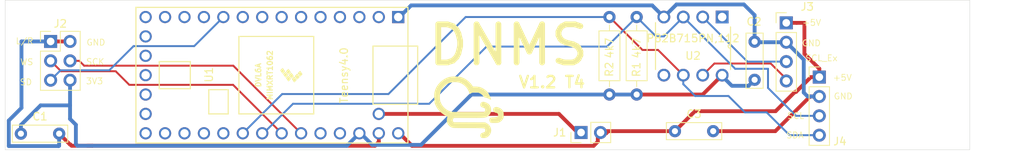
<source format=kicad_pcb>
(kicad_pcb (version 20171130) (host pcbnew "(5.1.4)-1")

  (general
    (thickness 1.6)
    (drawings 19)
    (tracks 123)
    (zones 0)
    (modules 16)
    (nets 38)
  )

  (page A4)
  (title_block
    (title "DNMS - Digital Noise Maesurement Sensor")
    (date 2019-06-09)
    (rev 0.9.0)
  )

  (layers
    (0 F.Cu signal)
    (31 B.Cu signal)
    (32 B.Adhes user)
    (33 F.Adhes user)
    (34 B.Paste user)
    (35 F.Paste user)
    (36 B.SilkS user)
    (37 F.SilkS user)
    (38 B.Mask user)
    (39 F.Mask user)
    (40 Dwgs.User user)
    (41 Cmts.User user)
    (42 Eco1.User user)
    (43 Eco2.User user)
    (44 Edge.Cuts user)
    (45 Margin user)
    (46 B.CrtYd user)
    (47 F.CrtYd user)
    (48 B.Fab user)
    (49 F.Fab user)
  )

  (setup
    (last_trace_width 0.25)
    (user_trace_width 0.5)
    (trace_clearance 0.2)
    (zone_clearance 0.508)
    (zone_45_only no)
    (trace_min 0.2)
    (via_size 0.8)
    (via_drill 0.4)
    (via_min_size 0.4)
    (via_min_drill 0.3)
    (uvia_size 0.3)
    (uvia_drill 0.1)
    (uvias_allowed no)
    (uvia_min_size 0.2)
    (uvia_min_drill 0.1)
    (edge_width 0.05)
    (segment_width 0.2)
    (pcb_text_width 0.3)
    (pcb_text_size 1.5 1.5)
    (mod_edge_width 0.12)
    (mod_text_size 1 1)
    (mod_text_width 0.15)
    (pad_size 1.524 1.524)
    (pad_drill 0.762)
    (pad_to_mask_clearance 0.051)
    (solder_mask_min_width 0.25)
    (aux_axis_origin 60.8584 94.1832)
    (visible_elements 7FFFFFFF)
    (pcbplotparams
      (layerselection 0x010fc_ffffffff)
      (usegerberextensions false)
      (usegerberattributes false)
      (usegerberadvancedattributes false)
      (creategerberjobfile false)
      (excludeedgelayer true)
      (linewidth 0.100000)
      (plotframeref false)
      (viasonmask false)
      (mode 1)
      (useauxorigin false)
      (hpglpennumber 1)
      (hpglpenspeed 20)
      (hpglpendiameter 15.000000)
      (psnegative false)
      (psa4output false)
      (plotreference true)
      (plotvalue true)
      (plotinvisibletext false)
      (padsonsilk false)
      (subtractmaskfromsilk false)
      (outputformat 1)
      (mirror false)
      (drillshape 0)
      (scaleselection 1)
      (outputdirectory "Gerber/"))
  )

  (net 0 "")
  (net 1 GND)
  (net 2 +3V3)
  (net 3 +5V)
  (net 4 SDA_Ex)
  (net 5 SCL_Ex)
  (net 6 SDA)
  (net 7 SCL)
  (net 8 SD)
  (net 9 WS)
  (net 10 SCK)
  (net 11 "Net-(U1-Pad5)")
  (net 12 "Net-(U2-Pad1)")
  (net 13 "Net-(U2-Pad5)")
  (net 14 "Net-(J1-Pad1)")
  (net 15 "Net-(U1-Pad2)")
  (net 16 "Net-(U1-Pad3)")
  (net 17 "Net-(U1-Pad4)")
  (net 18 "Net-(U1-Pad6)")
  (net 19 "Net-(U1-Pad7)")
  (net 20 "Net-(U1-Pad8)")
  (net 21 "Net-(U1-Pad9)")
  (net 22 "Net-(U1-Pad11)")
  (net 23 "Net-(U1-Pad12)")
  (net 24 "Net-(U1-Pad13)")
  (net 25 "Net-(U1-Pad30)")
  (net 26 "Net-(U1-Pad29)")
  (net 27 "Net-(U1-Pad24)")
  (net 28 "Net-(U1-Pad23)")
  (net 29 "Net-(U1-Pad22)")
  (net 30 "Net-(U1-Pad21)")
  (net 31 "Net-(U1-Pad14)")
  (net 32 "Net-(U1-Pad15)")
  (net 33 "Net-(U1-Pad16)")
  (net 34 "Net-(U1-Pad20)")
  (net 35 "Net-(U1-Pad19)")
  (net 36 "Net-(U1-Pad18)")
  (net 37 "Net-(U1-Pad17)")

  (net_class Default "Dies ist die voreingestellte Netzklasse."
    (clearance 0.2)
    (trace_width 0.25)
    (via_dia 0.8)
    (via_drill 0.4)
    (uvia_dia 0.3)
    (uvia_drill 0.1)
    (add_net +3V3)
    (add_net +5V)
    (add_net GND)
    (add_net "Net-(J1-Pad1)")
    (add_net "Net-(U1-Pad11)")
    (add_net "Net-(U1-Pad12)")
    (add_net "Net-(U1-Pad13)")
    (add_net "Net-(U1-Pad14)")
    (add_net "Net-(U1-Pad15)")
    (add_net "Net-(U1-Pad16)")
    (add_net "Net-(U1-Pad17)")
    (add_net "Net-(U1-Pad18)")
    (add_net "Net-(U1-Pad19)")
    (add_net "Net-(U1-Pad2)")
    (add_net "Net-(U1-Pad20)")
    (add_net "Net-(U1-Pad21)")
    (add_net "Net-(U1-Pad22)")
    (add_net "Net-(U1-Pad23)")
    (add_net "Net-(U1-Pad24)")
    (add_net "Net-(U1-Pad29)")
    (add_net "Net-(U1-Pad3)")
    (add_net "Net-(U1-Pad30)")
    (add_net "Net-(U1-Pad4)")
    (add_net "Net-(U1-Pad5)")
    (add_net "Net-(U1-Pad6)")
    (add_net "Net-(U1-Pad7)")
    (add_net "Net-(U1-Pad8)")
    (add_net "Net-(U1-Pad9)")
    (add_net "Net-(U2-Pad1)")
    (add_net "Net-(U2-Pad5)")
    (add_net SCK)
    (add_net SCL)
    (add_net SCL_Ex)
    (add_net SD)
    (add_net SDA)
    (add_net SDA_Ex)
    (add_net WS)
  )

  (module MountingHole:MountingHole_2.7mm_M2.5 (layer F.Cu) (tedit 56D1B4CB) (tstamp 5D7256F5)
    (at 74.676 90.424)
    (descr "Mounting Hole 2.7mm, no annular, M2.5")
    (tags "mounting hole 2.7mm no annular m2.5")
    (attr virtual)
    (fp_text reference REF1 (at 0 -3.7) (layer F.Fab) hide
      (effects (font (size 1 1) (thickness 0.15)))
    )
    (fp_text value MountingHole_2.7mm_M2.5 (at 0 3.7) (layer F.Fab)
      (effects (font (size 1 1) (thickness 0.15)))
    )
    (fp_circle (center 0 0) (end 2.95 0) (layer F.CrtYd) (width 0.05))
    (fp_circle (center 0 0) (end 2.7 0) (layer Cmts.User) (width 0.15))
    (fp_text user %R (at 0.4826 0) (layer F.Fab)
      (effects (font (size 1 1) (thickness 0.15)))
    )
    (pad 1 np_thru_hole circle (at 0 0) (size 2.7 2.7) (drill 2.7) (layers *.Cu *.Mask))
  )

  (module MountingHole:MountingHole_2.7mm_M2.5 (layer F.Cu) (tedit 56D1B4CB) (tstamp 5D725680)
    (at 74.643 77.724)
    (descr "Mounting Hole 2.7mm, no annular, M2.5")
    (tags "mounting hole 2.7mm no annular m2.5")
    (attr virtual)
    (fp_text reference REF1 (at 0 -3.7) (layer F.Fab) hide
      (effects (font (size 1 1) (thickness 0.15)))
    )
    (fp_text value MountingHole_2.7mm_M2.5 (at 0 3.7) (layer F.Fab)
      (effects (font (size 1 1) (thickness 0.15)))
    )
    (fp_text user %R (at 0.4826 0) (layer F.Fab)
      (effects (font (size 1 1) (thickness 0.15)))
    )
    (fp_circle (center 0 0) (end 2.7 0) (layer Cmts.User) (width 0.15))
    (fp_circle (center 0 0) (end 2.95 0) (layer F.CrtYd) (width 0.05))
    (pad 1 np_thru_hole circle (at 0 0) (size 2.7 2.7) (drill 2.7) (layers *.Cu *.Mask))
  )

  (module Capacitor_THT:C_Rect_L7.0mm_W2.0mm_P5.00mm (layer F.Cu) (tedit 5AE50EF0) (tstamp 5D725005)
    (at 148.4122 91.7702)
    (descr "C, Rect series, Radial, pin pitch=5.00mm, , length*width=7*2mm^2, Capacitor")
    (tags "C Rect series Radial pin pitch 5.00mm  length 7mm width 2mm Capacitor")
    (path /5D7252B5)
    (fp_text reference C3 (at 2.5 -2.25) (layer F.SilkS)
      (effects (font (size 1 1) (thickness 0.15)))
    )
    (fp_text value 100nF (at 2.5 2.25) (layer F.Fab)
      (effects (font (size 1 1) (thickness 0.15)))
    )
    (fp_text user %R (at 2.5 0) (layer F.Fab)
      (effects (font (size 1 1) (thickness 0.15)))
    )
    (fp_line (start 6.25 -1.25) (end -1.25 -1.25) (layer F.CrtYd) (width 0.05))
    (fp_line (start 6.25 1.25) (end 6.25 -1.25) (layer F.CrtYd) (width 0.05))
    (fp_line (start -1.25 1.25) (end 6.25 1.25) (layer F.CrtYd) (width 0.05))
    (fp_line (start -1.25 -1.25) (end -1.25 1.25) (layer F.CrtYd) (width 0.05))
    (fp_line (start 6.12 -1.12) (end 6.12 1.12) (layer F.SilkS) (width 0.12))
    (fp_line (start -1.12 -1.12) (end -1.12 1.12) (layer F.SilkS) (width 0.12))
    (fp_line (start -1.12 1.12) (end 6.12 1.12) (layer F.SilkS) (width 0.12))
    (fp_line (start -1.12 -1.12) (end 6.12 -1.12) (layer F.SilkS) (width 0.12))
    (fp_line (start 6 -1) (end -1 -1) (layer F.Fab) (width 0.1))
    (fp_line (start 6 1) (end 6 -1) (layer F.Fab) (width 0.1))
    (fp_line (start -1 1) (end 6 1) (layer F.Fab) (width 0.1))
    (fp_line (start -1 -1) (end -1 1) (layer F.Fab) (width 0.1))
    (pad 2 thru_hole circle (at 5 0) (size 1.6 1.6) (drill 0.8) (layers *.Cu *.Mask)
      (net 1 GND))
    (pad 1 thru_hole circle (at 0 0) (size 1.6 1.6) (drill 0.8) (layers *.Cu *.Mask)
      (net 3 +5V))
    (model ${KISYS3DMOD}/Capacitor_THT.3dshapes/C_Rect_L7.0mm_W2.0mm_P5.00mm.wrl
      (at (xyz 0 0 0))
      (scale (xyz 1 1 1))
      (rotate (xyz 0 0 0))
    )
  )

  (module Teensy:Teensy40 (layer F.Cu) (tedit 5D521536) (tstamp 5D728893)
    (at 95.7326 84.4296 180)
    (path /5D722B73)
    (fp_text reference U1 (at 8.2296 0.0508 90) (layer F.SilkS)
      (effects (font (size 1 1) (thickness 0.15)))
    )
    (fp_text value Teensy4.0 (at -9.4234 -0.0254 90) (layer F.SilkS)
      (effects (font (size 1 1) (thickness 0.15)))
    )
    (fp_text user DVL6A (at 1.778 0 90) (layer F.SilkS)
      (effects (font (size 0.7 0.7) (thickness 0.15)))
    )
    (fp_poly (pts (xy -3.937 0.127) (xy -3.683 -0.127) (xy -3.429 0.254) (xy -3.683 0.508)) (layer F.SilkS) (width 0.1))
    (fp_poly (pts (xy -3.556 -0.254) (xy -3.302 -0.508) (xy -3.048 -0.127) (xy -3.302 0.127)) (layer F.SilkS) (width 0.1))
    (fp_poly (pts (xy -1.651 0.508) (xy -1.397 0.254) (xy -1.143 0.635) (xy -1.397 0.889)) (layer F.SilkS) (width 0.1))
    (fp_poly (pts (xy -2.032 0) (xy -1.778 -0.254) (xy -1.524 0.127) (xy -1.778 0.381)) (layer F.SilkS) (width 0.1))
    (fp_poly (pts (xy -2.413 -0.508) (xy -2.159 -0.762) (xy -1.905 -0.381) (xy -2.159 -0.127)) (layer F.SilkS) (width 0.1))
    (fp_poly (pts (xy -2.413 0.381) (xy -2.159 0.127) (xy -1.905 0.508) (xy -2.159 0.762)) (layer F.SilkS) (width 0.1))
    (fp_poly (pts (xy -2.794 -0.127) (xy -2.54 -0.381) (xy -2.286 0) (xy -2.54 0.254)) (layer F.SilkS) (width 0.1))
    (fp_poly (pts (xy -3.175 -0.635) (xy -2.921 -0.889) (xy -2.667 -0.508) (xy -2.921 -0.254)) (layer F.SilkS) (width 0.1))
    (fp_text user MIMXRT1062 (at 0.254 0 90) (layer F.SilkS)
      (effects (font (size 0.7 0.7) (thickness 0.15)))
    )
    (fp_line (start 5.715 -1.905) (end 5.715 -5.08) (layer F.SilkS) (width 0.15))
    (fp_line (start 8.255 -1.905) (end 5.715 -1.905) (layer F.SilkS) (width 0.15))
    (fp_line (start 8.255 -5.08) (end 8.255 -1.905) (layer F.SilkS) (width 0.15))
    (fp_line (start 5.715 -5.08) (end 8.255 -5.08) (layer F.SilkS) (width 0.15))
    (fp_line (start -17.78 8.89) (end -17.78 -8.89) (layer F.SilkS) (width 0.15))
    (fp_line (start 17.78 8.89) (end -17.78 8.89) (layer F.SilkS) (width 0.15))
    (fp_line (start 17.78 -8.89) (end 17.78 8.89) (layer F.SilkS) (width 0.15))
    (fp_line (start -17.78 -8.89) (end 17.78 -8.89) (layer F.SilkS) (width 0.15))
    (fp_line (start 4.318 5.08) (end -5.461 5.08) (layer F.SilkS) (width 0.15))
    (fp_line (start 4.318 -5.08) (end -5.461 -5.08) (layer F.SilkS) (width 0.15))
    (fp_line (start -5.461 -5.08) (end -5.461 5.08) (layer F.SilkS) (width 0.15))
    (fp_line (start 4.318 5.08) (end 4.318 -5.08) (layer F.SilkS) (width 0.15))
    (fp_line (start 10.668 -1.778) (end 14.732 -1.778) (layer F.SilkS) (width 0.15))
    (fp_line (start 10.668 1.778) (end 10.668 -1.778) (layer F.SilkS) (width 0.15))
    (fp_line (start 14.732 1.778) (end 10.668 1.778) (layer F.SilkS) (width 0.15))
    (fp_line (start 14.732 -1.778) (end 14.732 1.778) (layer F.SilkS) (width 0.15))
    (fp_line (start -13.208 3.81) (end -17.78 3.81) (layer F.SilkS) (width 0.15))
    (fp_line (start -13.208 -3.81) (end -17.78 -3.81) (layer F.SilkS) (width 0.15))
    (fp_line (start -13.208 3.81) (end -13.208 -3.81) (layer F.SilkS) (width 0.15))
    (fp_line (start -19.05 -3.81) (end -17.78 -3.81) (layer F.SilkS) (width 0.15))
    (fp_line (start -19.05 3.81) (end -19.05 -3.81) (layer F.SilkS) (width 0.15))
    (fp_line (start -17.78 3.81) (end -19.05 3.81) (layer F.SilkS) (width 0.15))
    (pad 1 thru_hole rect (at -16.51 7.62 180) (size 1.6 1.6) (drill 1.1) (layers *.Cu *.Mask)
      (net 1 GND))
    (pad 2 thru_hole circle (at -13.97 7.62 180) (size 1.6 1.6) (drill 1.1) (layers *.Cu *.Mask)
      (net 15 "Net-(U1-Pad2)"))
    (pad 3 thru_hole circle (at -11.43 7.62 180) (size 1.6 1.6) (drill 1.1) (layers *.Cu *.Mask)
      (net 16 "Net-(U1-Pad3)"))
    (pad 4 thru_hole circle (at -8.89 7.62 180) (size 1.6 1.6) (drill 1.1) (layers *.Cu *.Mask)
      (net 17 "Net-(U1-Pad4)"))
    (pad 5 thru_hole circle (at -6.35 7.62 180) (size 1.6 1.6) (drill 1.1) (layers *.Cu *.Mask)
      (net 11 "Net-(U1-Pad5)"))
    (pad 6 thru_hole circle (at -3.81 7.62 180) (size 1.6 1.6) (drill 1.1) (layers *.Cu *.Mask)
      (net 18 "Net-(U1-Pad6)"))
    (pad 7 thru_hole circle (at -1.27 7.62 180) (size 1.6 1.6) (drill 1.1) (layers *.Cu *.Mask)
      (net 19 "Net-(U1-Pad7)"))
    (pad 8 thru_hole circle (at 1.27 7.62 180) (size 1.6 1.6) (drill 1.1) (layers *.Cu *.Mask)
      (net 20 "Net-(U1-Pad8)"))
    (pad 9 thru_hole circle (at 3.81 7.62 180) (size 1.6 1.6) (drill 1.1) (layers *.Cu *.Mask)
      (net 21 "Net-(U1-Pad9)"))
    (pad 10 thru_hole circle (at 6.35 7.62 180) (size 1.6 1.6) (drill 1.1) (layers *.Cu *.Mask)
      (net 8 SD))
    (pad 11 thru_hole circle (at 8.89 7.62 180) (size 1.6 1.6) (drill 1.1) (layers *.Cu *.Mask)
      (net 22 "Net-(U1-Pad11)"))
    (pad 12 thru_hole circle (at 11.43 7.62 180) (size 1.6 1.6) (drill 1.1) (layers *.Cu *.Mask)
      (net 23 "Net-(U1-Pad12)"))
    (pad 13 thru_hole circle (at 13.97 7.62 180) (size 1.6 1.6) (drill 1.1) (layers *.Cu *.Mask)
      (net 24 "Net-(U1-Pad13)"))
    (pad 34 thru_hole circle (at -13.97 -5.08 180) (size 1.6 1.6) (drill 1.1) (layers *.Cu *.Mask)
      (net 14 "Net-(J1-Pad1)"))
    (pad 33 thru_hole circle (at -16.51 -7.62 180) (size 1.6 1.6) (drill 1.1) (layers *.Cu *.Mask)
      (net 3 +5V))
    (pad 32 thru_hole circle (at -13.97 -7.62 180) (size 1.6 1.6) (drill 1.1) (layers *.Cu *.Mask)
      (net 1 GND))
    (pad 31 thru_hole circle (at -11.43 -7.62 180) (size 1.6 1.6) (drill 1.1) (layers *.Cu *.Mask)
      (net 2 +3V3))
    (pad 30 thru_hole circle (at -8.89 -7.62 180) (size 1.6 1.6) (drill 1.1) (layers *.Cu *.Mask)
      (net 25 "Net-(U1-Pad30)"))
    (pad 29 thru_hole circle (at -6.35 -7.62 180) (size 1.6 1.6) (drill 1.1) (layers *.Cu *.Mask)
      (net 26 "Net-(U1-Pad29)"))
    (pad 28 thru_hole circle (at -3.81 -7.62 180) (size 1.6 1.6) (drill 1.1) (layers *.Cu *.Mask)
      (net 10 SCK))
    (pad 27 thru_hole circle (at -1.27 -7.62 180) (size 1.6 1.6) (drill 1.1) (layers *.Cu *.Mask)
      (net 9 WS))
    (pad 26 thru_hole circle (at 1.27 -7.62 180) (size 1.6 1.6) (drill 1.1) (layers *.Cu *.Mask)
      (net 7 SCL))
    (pad 25 thru_hole circle (at 3.81 -7.62 180) (size 1.6 1.6) (drill 1.1) (layers *.Cu *.Mask)
      (net 6 SDA))
    (pad 24 thru_hole circle (at 6.35 -7.62 180) (size 1.6 1.6) (drill 1.1) (layers *.Cu *.Mask)
      (net 27 "Net-(U1-Pad24)"))
    (pad 23 thru_hole circle (at 8.89 -7.62 180) (size 1.6 1.6) (drill 1.1) (layers *.Cu *.Mask)
      (net 28 "Net-(U1-Pad23)"))
    (pad 22 thru_hole circle (at 11.43 -7.62 180) (size 1.6 1.6) (drill 1.1) (layers *.Cu *.Mask)
      (net 29 "Net-(U1-Pad22)"))
    (pad 21 thru_hole circle (at 13.97 -7.62 180) (size 1.6 1.6) (drill 1.1) (layers *.Cu *.Mask)
      (net 30 "Net-(U1-Pad21)"))
    (pad 14 thru_hole circle (at 16.51 7.62 180) (size 1.6 1.6) (drill 1.1) (layers *.Cu *.Mask)
      (net 31 "Net-(U1-Pad14)"))
    (pad 15 thru_hole circle (at 16.51 5.08 180) (size 1.6 1.6) (drill 1.1) (layers *.Cu *.Mask)
      (net 32 "Net-(U1-Pad15)"))
    (pad 16 thru_hole circle (at 16.51 2.54 180) (size 1.6 1.6) (drill 1.1) (layers *.Cu *.Mask)
      (net 33 "Net-(U1-Pad16)"))
    (pad 20 thru_hole circle (at 16.51 -7.62 180) (size 1.6 1.6) (drill 1.1) (layers *.Cu *.Mask)
      (net 34 "Net-(U1-Pad20)"))
    (pad 19 thru_hole circle (at 16.51 -5.08 180) (size 1.6 1.6) (drill 1.1) (layers *.Cu *.Mask)
      (net 35 "Net-(U1-Pad19)"))
    (pad 18 thru_hole circle (at 16.51 -2.54 180) (size 1.6 1.6) (drill 1.1) (layers *.Cu *.Mask)
      (net 36 "Net-(U1-Pad18)"))
    (pad 17 thru_hole circle (at 16.51 0 180) (size 1.6 1.6) (drill 1.1) (layers *.Cu *.Mask)
      (net 37 "Net-(U1-Pad17)"))
  )

  (module Connector_PinHeader_2.54mm:PinHeader_2x03_P2.54mm_Vertical (layer F.Cu) (tedit 59FED5CC) (tstamp 5D7287C7)
    (at 66.802 80.01)
    (descr "Through hole straight pin header, 2x03, 2.54mm pitch, double rows")
    (tags "Through hole pin header THT 2x03 2.54mm double row")
    (path /5D742684)
    (fp_text reference J2 (at 1.27 -2.33) (layer F.SilkS)
      (effects (font (size 1 1) (thickness 0.15)))
    )
    (fp_text value Conn_2Rows-07Pins (at 1.27 7.41) (layer F.Fab)
      (effects (font (size 1 1) (thickness 0.15)))
    )
    (fp_text user %R (at 1.27 2.54 90) (layer F.Fab)
      (effects (font (size 1 1) (thickness 0.15)))
    )
    (fp_line (start 4.35 -1.8) (end -1.8 -1.8) (layer F.CrtYd) (width 0.05))
    (fp_line (start 4.35 6.85) (end 4.35 -1.8) (layer F.CrtYd) (width 0.05))
    (fp_line (start -1.8 6.85) (end 4.35 6.85) (layer F.CrtYd) (width 0.05))
    (fp_line (start -1.8 -1.8) (end -1.8 6.85) (layer F.CrtYd) (width 0.05))
    (fp_line (start -1.33 -1.33) (end 0 -1.33) (layer F.SilkS) (width 0.12))
    (fp_line (start -1.33 0) (end -1.33 -1.33) (layer F.SilkS) (width 0.12))
    (fp_line (start 1.27 -1.33) (end 3.87 -1.33) (layer F.SilkS) (width 0.12))
    (fp_line (start 1.27 1.27) (end 1.27 -1.33) (layer F.SilkS) (width 0.12))
    (fp_line (start -1.33 1.27) (end 1.27 1.27) (layer F.SilkS) (width 0.12))
    (fp_line (start 3.87 -1.33) (end 3.87 6.41) (layer F.SilkS) (width 0.12))
    (fp_line (start -1.33 1.27) (end -1.33 6.41) (layer F.SilkS) (width 0.12))
    (fp_line (start -1.33 6.41) (end 3.87 6.41) (layer F.SilkS) (width 0.12))
    (fp_line (start -1.27 0) (end 0 -1.27) (layer F.Fab) (width 0.1))
    (fp_line (start -1.27 6.35) (end -1.27 0) (layer F.Fab) (width 0.1))
    (fp_line (start 3.81 6.35) (end -1.27 6.35) (layer F.Fab) (width 0.1))
    (fp_line (start 3.81 -1.27) (end 3.81 6.35) (layer F.Fab) (width 0.1))
    (fp_line (start 0 -1.27) (end 3.81 -1.27) (layer F.Fab) (width 0.1))
    (pad 6 thru_hole oval (at 2.54 5.08) (size 1.7 1.7) (drill 1) (layers *.Cu *.Mask)
      (net 2 +3V3))
    (pad 5 thru_hole oval (at 0 5.08) (size 1.7 1.7) (drill 1) (layers *.Cu *.Mask)
      (net 8 SD))
    (pad 4 thru_hole oval (at 2.54 2.54) (size 1.7 1.7) (drill 1) (layers *.Cu *.Mask)
      (net 10 SCK))
    (pad 3 thru_hole oval (at 0 2.54) (size 1.7 1.7) (drill 1) (layers *.Cu *.Mask)
      (net 9 WS))
    (pad 2 thru_hole oval (at 2.54 0) (size 1.7 1.7) (drill 1) (layers *.Cu *.Mask)
      (net 1 GND))
    (pad 1 thru_hole rect (at 0 0) (size 1.7 1.7) (drill 1) (layers *.Cu *.Mask)
      (net 1 GND))
    (model ${KISYS3DMOD}/Connector_PinHeader_2.54mm.3dshapes/PinHeader_2x03_P2.54mm_Vertical.wrl
      (at (xyz 0 0 0))
      (scale (xyz 1 1 1))
      (rotate (xyz 0 0 0))
    )
  )

  (module Capacitor_THT:C_Rect_L7.0mm_W2.0mm_P5.00mm (layer F.Cu) (tedit 5AE50EF0) (tstamp 5CFE465A)
    (at 158.8278 85.0376 90)
    (descr "C, Rect series, Radial, pin pitch=5.00mm, , length*width=7*2mm^2, Capacitor")
    (tags "C Rect series Radial pin pitch 5.00mm  length 7mm width 2mm Capacitor")
    (path /5CFC928F)
    (fp_text reference C2 (at 7.6184 -0.0778) (layer F.SilkS)
      (effects (font (size 1 1) (thickness 0.15)))
    )
    (fp_text value 100nF (at 2.5 2.25 90) (layer F.Fab)
      (effects (font (size 1 1) (thickness 0.15)))
    )
    (fp_text user %R (at 2.5 0 90) (layer F.Fab)
      (effects (font (size 1 1) (thickness 0.15)))
    )
    (fp_line (start 6.25 -1.25) (end -1.25 -1.25) (layer F.CrtYd) (width 0.05))
    (fp_line (start 6.25 1.25) (end 6.25 -1.25) (layer F.CrtYd) (width 0.05))
    (fp_line (start -1.25 1.25) (end 6.25 1.25) (layer F.CrtYd) (width 0.05))
    (fp_line (start -1.25 -1.25) (end -1.25 1.25) (layer F.CrtYd) (width 0.05))
    (fp_line (start 6.12 -1.12) (end 6.12 1.12) (layer F.SilkS) (width 0.12))
    (fp_line (start -1.12 -1.12) (end -1.12 1.12) (layer F.SilkS) (width 0.12))
    (fp_line (start -1.12 1.12) (end 6.12 1.12) (layer F.SilkS) (width 0.12))
    (fp_line (start -1.12 -1.12) (end 6.12 -1.12) (layer F.SilkS) (width 0.12))
    (fp_line (start 6 -1) (end -1 -1) (layer F.Fab) (width 0.1))
    (fp_line (start 6 1) (end 6 -1) (layer F.Fab) (width 0.1))
    (fp_line (start -1 1) (end 6 1) (layer F.Fab) (width 0.1))
    (fp_line (start -1 -1) (end -1 1) (layer F.Fab) (width 0.1))
    (pad 2 thru_hole circle (at 5 0 90) (size 1.6 1.6) (drill 0.8) (layers *.Cu *.Mask)
      (net 1 GND))
    (pad 1 thru_hole circle (at 0 0 90) (size 1.6 1.6) (drill 0.8) (layers *.Cu *.Mask)
      (net 2 +3V3))
    (model ${KISYS3DMOD}/Capacitor_THT.3dshapes/C_Rect_L7.0mm_W2.0mm_P5.00mm.wrl
      (at (xyz 0 0 0))
      (scale (xyz 1 1 1))
      (rotate (xyz 0 0 0))
    )
  )

  (module Capacitor_THT:C_Rect_L7.0mm_W2.0mm_P5.00mm (layer F.Cu) (tedit 5AE50EF0) (tstamp 5D72876F)
    (at 62.9158 92.1004)
    (descr "C, Rect series, Radial, pin pitch=5.00mm, , length*width=7*2mm^2, Capacitor")
    (tags "C Rect series Radial pin pitch 5.00mm  length 7mm width 2mm Capacitor")
    (path /5D744AD1)
    (fp_text reference C1 (at 2.5 -2.25) (layer F.SilkS)
      (effects (font (size 1 1) (thickness 0.15)))
    )
    (fp_text value 100nF (at 2.5 2.25) (layer F.Fab)
      (effects (font (size 1 1) (thickness 0.15)))
    )
    (fp_text user %R (at 2.280999 0.114999) (layer F.Fab)
      (effects (font (size 1 1) (thickness 0.15)))
    )
    (fp_line (start 6.25 -1.25) (end -1.25 -1.25) (layer F.CrtYd) (width 0.05))
    (fp_line (start 6.25 1.25) (end 6.25 -1.25) (layer F.CrtYd) (width 0.05))
    (fp_line (start -1.25 1.25) (end 6.25 1.25) (layer F.CrtYd) (width 0.05))
    (fp_line (start -1.25 -1.25) (end -1.25 1.25) (layer F.CrtYd) (width 0.05))
    (fp_line (start 6.12 -1.12) (end 6.12 1.12) (layer F.SilkS) (width 0.12))
    (fp_line (start -1.12 -1.12) (end -1.12 1.12) (layer F.SilkS) (width 0.12))
    (fp_line (start -1.12 1.12) (end 6.12 1.12) (layer F.SilkS) (width 0.12))
    (fp_line (start -1.12 -1.12) (end 6.12 -1.12) (layer F.SilkS) (width 0.12))
    (fp_line (start 6 -1) (end -1 -1) (layer F.Fab) (width 0.1))
    (fp_line (start 6 1) (end 6 -1) (layer F.Fab) (width 0.1))
    (fp_line (start -1 1) (end 6 1) (layer F.Fab) (width 0.1))
    (fp_line (start -1 -1) (end -1 1) (layer F.Fab) (width 0.1))
    (pad 2 thru_hole circle (at 5 0) (size 1.6 1.6) (drill 0.8) (layers *.Cu *.Mask)
      (net 1 GND))
    (pad 1 thru_hole circle (at 0 0) (size 1.6 1.6) (drill 0.8) (layers *.Cu *.Mask)
      (net 2 +3V3))
    (model ${KISYS3DMOD}/Capacitor_THT.3dshapes/C_Rect_L7.0mm_W2.0mm_P5.00mm.wrl
      (at (xyz 0 0 0))
      (scale (xyz 1 1 1))
      (rotate (xyz 0 0 0))
    )
  )

  (module "logos eigene:logo luftdaten.info" (layer F.Cu) (tedit 0) (tstamp 5D0421AC)
    (at 121.4898 88.6698)
    (fp_text reference G*** (at 0 0) (layer F.SilkS) hide
      (effects (font (size 1.524 1.524) (thickness 0.3)))
    )
    (fp_text value LOGO (at 0.75 0) (layer F.SilkS) hide
      (effects (font (size 1.524 1.524) (thickness 0.3)))
    )
    (fp_poly (pts (xy 3.755629 -0.03606) (xy 3.871683 0.002212) (xy 4.097614 0.110327) (xy 4.27774 0.249729)
      (xy 4.426716 0.4323) (xy 4.453253 0.473728) (xy 4.487682 0.540871) (xy 4.51058 0.619788)
      (xy 4.525016 0.726784) (xy 4.53406 0.878168) (xy 4.535286 0.909596) (xy 4.537266 1.113001)
      (xy 4.523232 1.270547) (xy 4.488965 1.398772) (xy 4.430247 1.514211) (xy 4.354285 1.61925)
      (xy 4.273477 1.716965) (xy 4.206338 1.784904) (xy 4.131735 1.840592) (xy 4.028534 1.901555)
      (xy 3.984625 1.925804) (xy 3.916944 1.960762) (xy 3.854035 1.985235) (xy 3.782166 2.001411)
      (xy 3.687606 2.011476) (xy 3.556626 2.017619) (xy 3.381375 2.021907) (xy 3.214459 2.023229)
      (xy 3.065978 2.020556) (xy 2.949677 2.014413) (xy 2.879303 2.005325) (xy 2.869822 2.002375)
      (xy 2.766293 1.926587) (xy 2.696847 1.812856) (xy 2.665267 1.679046) (xy 2.675339 1.54302)
      (xy 2.730848 1.422644) (xy 2.743613 1.406707) (xy 2.779182 1.368688) (xy 2.817056 1.342664)
      (xy 2.870169 1.325585) (xy 2.951458 1.314403) (xy 3.073859 1.306066) (xy 3.196051 1.300052)
      (xy 3.411253 1.285932) (xy 3.570859 1.263741) (xy 3.682656 1.229282) (xy 3.754431 1.178355)
      (xy 3.793968 1.106763) (xy 3.809054 1.010307) (xy 3.81 0.969019) (xy 3.783001 0.849033)
      (xy 3.711114 0.755944) (xy 3.608001 0.704322) (xy 3.556326 0.6985) (xy 3.456787 0.680598)
      (xy 3.37232 0.64295) (xy 3.261692 0.556816) (xy 3.20078 0.464004) (xy 3.177515 0.343179)
      (xy 3.176056 0.295999) (xy 3.179689 0.19416) (xy 3.200443 0.128176) (xy 3.250616 0.070586)
      (xy 3.293359 0.034061) (xy 3.424075 -0.040845) (xy 3.575947 -0.064097) (xy 3.755629 -0.03606)) (layer F.SilkS) (width 0.01))
    (fp_poly (pts (xy -1.565841 -4.056015) (xy -1.317239 -4.033177) (xy -1.102881 -3.99716) (xy -0.934086 -3.949639)
      (xy -0.867104 -3.920432) (xy -0.797179 -3.887719) (xy -0.752941 -3.873703) (xy -0.752584 -3.873696)
      (xy -0.715556 -3.858675) (xy -0.637565 -3.818604) (xy -0.532343 -3.760689) (xy -0.475401 -3.72821)
      (xy -0.253398 -3.580766) (xy -0.030355 -3.398154) (xy 0.175131 -3.197431) (xy 0.34446 -2.995651)
      (xy 0.383087 -2.940949) (xy 0.519954 -2.737653) (xy 0.823539 -2.739073) (xy 1.014446 -2.733309)
      (xy 1.20223 -2.715883) (xy 1.370061 -2.689217) (xy 1.501108 -2.655731) (xy 1.553857 -2.634019)
      (xy 1.610256 -2.606371) (xy 1.69982 -2.56433) (xy 1.757984 -2.537605) (xy 1.837339 -2.494252)
      (xy 1.940192 -2.42819) (xy 2.054325 -2.348565) (xy 2.167518 -2.264525) (xy 2.267553 -2.185219)
      (xy 2.342211 -2.119793) (xy 2.379273 -2.077397) (xy 2.38125 -2.070981) (xy 2.40089 -2.033861)
      (xy 2.448955 -1.974336) (xy 2.45675 -1.965803) (xy 2.521468 -1.880933) (xy 2.597253 -1.759371)
      (xy 2.674097 -1.62) (xy 2.741994 -1.481701) (xy 2.790935 -1.363357) (xy 2.808698 -1.30175)
      (xy 2.833377 -1.203367) (xy 2.86406 -1.120519) (xy 2.864688 -1.119236) (xy 2.886783 -1.054635)
      (xy 2.867193 -1.030406) (xy 2.802934 -1.046014) (xy 2.708902 -1.091298) (xy 2.53708 -1.178586)
      (xy 2.398713 -1.237767) (xy 2.274544 -1.27614) (xy 2.162556 -1.29836) (xy 2.041375 -1.327808)
      (xy 1.966039 -1.374101) (xy 1.94397 -1.400486) (xy 1.810212 -1.570327) (xy 1.660971 -1.709484)
      (xy 1.480606 -1.83019) (xy 1.253473 -1.944683) (xy 1.241223 -1.950189) (xy 1.17739 -1.964837)
      (xy 1.068048 -1.976347) (xy 0.931167 -1.983173) (xy 0.844348 -1.984375) (xy 0.670975 -1.980877)
      (xy 0.537741 -1.96662) (xy 0.421488 -1.935964) (xy 0.29906 -1.883267) (xy 0.185601 -1.823898)
      (xy 0.114318 -1.787958) (xy 0.079266 -1.790568) (xy 0.061894 -1.8412) (xy 0.053405 -1.891403)
      (xy 0.01843 -2.014279) (xy -0.047127 -2.167826) (xy -0.133581 -2.333613) (xy -0.231245 -2.493214)
      (xy -0.330431 -2.6282) (xy -0.339618 -2.639117) (xy -0.510617 -2.816014) (xy -0.702193 -2.975248)
      (xy -0.894285 -3.100954) (xy -0.976772 -3.142915) (xy -1.07413 -3.187951) (xy -1.153631 -3.226032)
      (xy -1.180027 -3.239382) (xy -1.280464 -3.274188) (xy -1.42871 -3.301735) (xy -1.609323 -3.320406)
      (xy -1.806865 -3.328584) (xy -1.997896 -3.325072) (xy -2.305222 -3.290357) (xy -2.576341 -3.216353)
      (xy -2.828832 -3.097527) (xy -2.940375 -3.028412) (xy -3.061828 -2.935862) (xy -3.194129 -2.815978)
      (xy -3.322256 -2.684331) (xy -3.431189 -2.556494) (xy -3.505907 -2.448037) (xy -3.513079 -2.434708)
      (xy -3.552731 -2.363105) (xy -3.582016 -2.320158) (xy -3.584541 -2.31775) (xy -3.610798 -2.275609)
      (xy -3.64871 -2.190338) (xy -3.691605 -2.079605) (xy -3.732813 -1.961079) (xy -3.765663 -1.852429)
      (xy -3.776329 -1.80975) (xy -3.795904 -1.679014) (xy -3.805599 -1.516921) (xy -3.806202 -1.338013)
      (xy -3.798498 -1.156836) (xy -3.783273 -0.987934) (xy -3.761314 -0.845849) (xy -3.733405 -0.745126)
      (xy -3.717138 -0.714375) (xy -3.690876 -0.665198) (xy -3.656907 -0.585669) (xy -3.651436 -0.5715)
      (xy -3.540224 -0.350186) (xy -3.380036 -0.129409) (xy -3.183927 0.076703) (xy -2.964951 0.254024)
      (xy -2.788576 0.36226) (xy -2.700445 0.408342) (xy -2.620261 0.44814) (xy -2.542816 0.482114)
      (xy -2.462902 0.510726) (xy -2.375312 0.534436) (xy -2.27484 0.553704) (xy -2.156276 0.568992)
      (xy -2.014414 0.580759) (xy -1.844047 0.589466) (xy -1.639966 0.595575) (xy -1.396965 0.599545)
      (xy -1.109836 0.601837) (xy -0.773371 0.602912) (xy -0.382364 0.60323) (xy -0.064116 0.60325)
      (xy 1.959227 0.60325) (xy 2.043238 0.525391) (xy 2.101492 0.453931) (xy 2.124914 0.366812)
      (xy 2.12725 0.308675) (xy 2.104708 0.17746) (xy 2.034799 0.08526) (xy 1.914092 0.028537)
      (xy 1.841143 0.013471) (xy 1.683199 -0.04006) (xy 1.595437 -0.10547) (xy 1.531721 -0.174535)
      (xy 1.501541 -0.241854) (xy 1.493322 -0.336666) (xy 1.493306 -0.363416) (xy 1.510159 -0.504076)
      (xy 1.565616 -0.6062) (xy 1.67029 -0.686096) (xy 1.719859 -0.711514) (xy 1.781224 -0.737778)
      (xy 1.835582 -0.748651) (xy 1.902144 -0.743714) (xy 2.00012 -0.722548) (xy 2.074565 -0.703785)
      (xy 2.333759 -0.610198) (xy 2.545053 -0.475379) (xy 2.707162 -0.300966) (xy 2.818799 -0.088597)
      (xy 2.878679 0.160088) (xy 2.88925 0.334133) (xy 2.885967 0.457824) (xy 2.877226 0.555527)
      (xy 2.864688 0.611179) (xy 2.859942 0.617615) (xy 2.83227 0.659272) (xy 2.811117 0.724594)
      (xy 2.771092 0.81351) (xy 2.692742 0.922665) (xy 2.590162 1.03646) (xy 2.477445 1.139293)
      (xy 2.368687 1.215565) (xy 2.366352 1.216878) (xy 2.311647 1.246207) (xy 2.256877 1.271398)
      (xy 2.196981 1.292768) (xy 2.126896 1.310628) (xy 2.041559 1.325293) (xy 1.935909 1.337076)
      (xy 1.804881 1.346291) (xy 1.643414 1.353251) (xy 1.446444 1.358271) (xy 1.208911 1.361663)
      (xy 0.92575 1.363742) (xy 0.591899 1.36482) (xy 0.202297 1.365213) (xy -0.028677 1.36525)
      (xy -1.959228 1.36525) (xy -2.043239 1.443108) (xy -2.109953 1.544723) (xy -2.128818 1.668151)
      (xy -2.098854 1.792361) (xy -2.062309 1.851995) (xy -1.997368 1.934555) (xy 0.057003 1.94359)
      (xy 2.111375 1.952625) (xy 2.309076 2.059087) (xy 2.526516 2.207762) (xy 2.695536 2.388592)
      (xy 2.81486 2.593483) (xy 2.883212 2.81434) (xy 2.899316 3.043068) (xy 2.861895 3.271571)
      (xy 2.769673 3.491756) (xy 2.621373 3.695527) (xy 2.574675 3.74365) (xy 2.416079 3.871883)
      (xy 2.245211 3.9531) (xy 2.045842 3.993382) (xy 1.889409 4.0005) (xy 1.767311 3.998186)
      (xy 1.688915 3.987488) (xy 1.634481 3.962769) (xy 1.58427 3.918391) (xy 1.577565 3.91145)
      (xy 1.522319 3.839521) (xy 1.497264 3.75818) (xy 1.49225 3.66339) (xy 1.511236 3.528784)
      (xy 1.572601 3.426203) (xy 1.682949 3.348851) (xy 1.848886 3.289931) (xy 1.857375 3.287706)
      (xy 1.965206 3.253029) (xy 2.050309 3.213518) (xy 2.087562 3.184724) (xy 2.115913 3.109006)
      (xy 2.12617 3.002284) (xy 2.11761 2.894634) (xy 2.09617 2.827002) (xy 2.079926 2.801369)
      (xy 2.057568 2.779392) (xy 2.024417 2.76079) (xy 1.975794 2.745282) (xy 1.90702 2.73259)
      (xy 1.813416 2.722432) (xy 1.690303 2.714528) (xy 1.533001 2.708598) (xy 1.336833 2.704363)
      (xy 1.097118 2.701541) (xy 0.809179 2.699853) (xy 0.468335 2.699019) (xy 0.069908 2.698758)
      (xy -0.045693 2.69875) (xy -0.469082 2.698649) (xy -0.83396 2.698054) (xy -1.145318 2.696521)
      (xy -1.408144 2.693608) (xy -1.627428 2.688871) (xy -1.80816 2.681868) (xy -1.95533 2.672157)
      (xy -2.073925 2.659294) (xy -2.168937 2.642837) (xy -2.245355 2.622343) (xy -2.308168 2.59737)
      (xy -2.362366 2.567475) (xy -2.412938 2.532215) (xy -2.464874 2.491148) (xy -2.474579 2.483246)
      (xy -2.614241 2.361804) (xy -2.709305 2.258787) (xy -2.770444 2.161354) (xy -2.796862 2.0955)
      (xy -2.828424 2.013607) (xy -2.857924 1.958363) (xy -2.861336 1.954212) (xy -2.879525 1.901053)
      (xy -2.888546 1.803403) (xy -2.889017 1.679513) (xy -2.881557 1.547632) (xy -2.866785 1.426013)
      (xy -2.84532 1.332905) (xy -2.839766 1.31807) (xy -2.811001 1.242515) (xy -2.799149 1.19737)
      (xy -2.800078 1.192684) (xy -2.832012 1.176786) (xy -2.903897 1.143195) (xy -2.968625 1.113552)
      (xy -3.223259 0.977037) (xy -3.477749 0.802989) (xy -3.716669 0.604248) (xy -3.924595 0.393653)
      (xy -4.086103 0.184045) (xy -4.087065 0.182563) (xy -4.140394 0.102043) (xy -4.179727 0.045836)
      (xy -4.191025 0.03175) (xy -4.212073 -0.003151) (xy -4.251075 -0.078989) (xy -4.297335 -0.174625)
      (xy -4.348713 -0.282521) (xy -4.39312 -0.373902) (xy -4.418163 -0.423598) (xy -4.45749 -0.53336)
      (xy -4.489841 -0.693235) (xy -4.514613 -0.890157) (xy -4.531199 -1.111059) (xy -4.538996 -1.342876)
      (xy -4.537398 -1.57254) (xy -4.5258 -1.786987) (xy -4.503598 -1.973148) (xy -4.492623 -2.03201)
      (xy -4.388724 -2.376927) (xy -4.227775 -2.709983) (xy -4.016081 -3.023636) (xy -3.759947 -3.31034)
      (xy -3.465675 -3.562553) (xy -3.139572 -3.77273) (xy -2.964491 -3.86064) (xy -2.746098 -3.947217)
      (xy -2.521146 -4.007765) (xy -2.27381 -4.045139) (xy -1.988269 -4.062193) (xy -1.837369 -4.064001)
      (xy -1.565841 -4.056015)) (layer F.SilkS) (width 0.01))
  )

  (module MountingHole:MountingHole_2.7mm_M2.5 (layer F.Cu) (tedit 56D1B4CB) (tstamp 5D016E41)
    (at 183.8654 90.5524)
    (descr "Mounting Hole 2.7mm, no annular, M2.5")
    (tags "mounting hole 2.7mm no annular m2.5")
    (attr virtual)
    (fp_text reference REF2 (at 0 -3.7) (layer F.Fab) hide
      (effects (font (size 1 1) (thickness 0.15)))
    )
    (fp_text value MountingHole_2.7mm_M2.5 (at 0 3.7) (layer F.Fab)
      (effects (font (size 1 1) (thickness 0.15)))
    )
    (fp_circle (center 0 0) (end 2.95 0) (layer F.CrtYd) (width 0.05))
    (fp_circle (center 0 0) (end 2.7 0) (layer Cmts.User) (width 0.15))
    (fp_text user %R (at 0.3 0) (layer F.Fab)
      (effects (font (size 1 1) (thickness 0.15)))
    )
    (pad 1 np_thru_hole circle (at 0 0) (size 2.7 2.7) (drill 2.7) (layers *.Cu *.Mask))
  )

  (module MountingHole:MountingHole_2.7mm_M2.5 (layer F.Cu) (tedit 56D1B4CB) (tstamp 5D016E24)
    (at 183.8654 77.7518)
    (descr "Mounting Hole 2.7mm, no annular, M2.5")
    (tags "mounting hole 2.7mm no annular m2.5")
    (attr virtual)
    (fp_text reference REF1 (at 0 -3.7) (layer F.Fab) hide
      (effects (font (size 1 1) (thickness 0.15)))
    )
    (fp_text value MountingHole_2.7mm_M2.5 (at 0 3.7) (layer F.Fab)
      (effects (font (size 1 1) (thickness 0.15)))
    )
    (fp_circle (center 0 0) (end 2.95 0) (layer F.CrtYd) (width 0.05))
    (fp_circle (center 0 0) (end 2.7 0) (layer Cmts.User) (width 0.15))
    (fp_text user %R (at 0.4826 0) (layer F.Fab)
      (effects (font (size 1 1) (thickness 0.15)))
    )
    (pad 1 np_thru_hole circle (at 0 0) (size 2.7 2.7) (drill 2.7) (layers *.Cu *.Mask))
  )

  (module Connector_PinHeader_2.54mm:PinHeader_1x04_P2.54mm_Vertical (layer F.Cu) (tedit 59FED5CC) (tstamp 5CFE46A0)
    (at 167.286 84.682)
    (descr "Through hole straight pin header, 1x04, 2.54mm pitch, single row")
    (tags "Through hole pin header THT 1x04 2.54mm single row")
    (path /5CFB9C02)
    (fp_text reference J4 (at 2.6924 8.4328) (layer F.SilkS)
      (effects (font (size 1 1) (thickness 0.15)))
    )
    (fp_text value Conn_01x04 (at 0 9.95) (layer F.Fab)
      (effects (font (size 1 1) (thickness 0.15)))
    )
    (fp_text user %R (at 0 3.81 90) (layer F.Fab)
      (effects (font (size 1 1) (thickness 0.15)))
    )
    (fp_line (start 1.8 -1.8) (end -1.8 -1.8) (layer F.CrtYd) (width 0.05))
    (fp_line (start 1.8 9.4) (end 1.8 -1.8) (layer F.CrtYd) (width 0.05))
    (fp_line (start -1.8 9.4) (end 1.8 9.4) (layer F.CrtYd) (width 0.05))
    (fp_line (start -1.8 -1.8) (end -1.8 9.4) (layer F.CrtYd) (width 0.05))
    (fp_line (start -1.33 -1.33) (end 0 -1.33) (layer F.SilkS) (width 0.12))
    (fp_line (start -1.33 0) (end -1.33 -1.33) (layer F.SilkS) (width 0.12))
    (fp_line (start -1.33 1.27) (end 1.33 1.27) (layer F.SilkS) (width 0.12))
    (fp_line (start 1.33 1.27) (end 1.33 8.95) (layer F.SilkS) (width 0.12))
    (fp_line (start -1.33 1.27) (end -1.33 8.95) (layer F.SilkS) (width 0.12))
    (fp_line (start -1.33 8.95) (end 1.33 8.95) (layer F.SilkS) (width 0.12))
    (fp_line (start -1.27 -0.635) (end -0.635 -1.27) (layer F.Fab) (width 0.1))
    (fp_line (start -1.27 8.89) (end -1.27 -0.635) (layer F.Fab) (width 0.1))
    (fp_line (start 1.27 8.89) (end -1.27 8.89) (layer F.Fab) (width 0.1))
    (fp_line (start 1.27 -1.27) (end 1.27 8.89) (layer F.Fab) (width 0.1))
    (fp_line (start -0.635 -1.27) (end 1.27 -1.27) (layer F.Fab) (width 0.1))
    (pad 4 thru_hole oval (at 0 7.62) (size 1.7 1.7) (drill 1) (layers *.Cu *.Mask)
      (net 6 SDA))
    (pad 3 thru_hole oval (at 0 5.08) (size 1.7 1.7) (drill 1) (layers *.Cu *.Mask)
      (net 7 SCL))
    (pad 2 thru_hole oval (at 0 2.54) (size 1.7 1.7) (drill 1) (layers *.Cu *.Mask)
      (net 1 GND))
    (pad 1 thru_hole rect (at 0 0) (size 1.7 1.7) (drill 1) (layers *.Cu *.Mask)
      (net 3 +5V))
    (model ${KISYS3DMOD}/Connector_PinHeader_2.54mm.3dshapes/PinHeader_1x04_P2.54mm_Vertical.wrl
      (at (xyz 0 0 0))
      (scale (xyz 1 1 1))
      (rotate (xyz 0 0 0))
    )
  )

  (module Connector_PinHeader_2.54mm:PinHeader_1x04_P2.54mm_Vertical (layer F.Cu) (tedit 59FED5CC) (tstamp 5CFE4688)
    (at 162.968 77.57)
    (descr "Through hole straight pin header, 1x04, 2.54mm pitch, single row")
    (tags "Through hole pin header THT 1x04 2.54mm single row")
    (path /5CFB8432)
    (fp_text reference J3 (at 2.7432 -2.1082) (layer F.SilkS)
      (effects (font (size 1 1) (thickness 0.15)))
    )
    (fp_text value Conn_01x04 (at 0 9.95) (layer F.Fab)
      (effects (font (size 1 1) (thickness 0.15)))
    )
    (fp_text user %R (at 0 3.81 90) (layer F.Fab)
      (effects (font (size 1 1) (thickness 0.15)))
    )
    (fp_line (start 1.8 -1.8) (end -1.8 -1.8) (layer F.CrtYd) (width 0.05))
    (fp_line (start 1.8 9.4) (end 1.8 -1.8) (layer F.CrtYd) (width 0.05))
    (fp_line (start -1.8 9.4) (end 1.8 9.4) (layer F.CrtYd) (width 0.05))
    (fp_line (start -1.8 -1.8) (end -1.8 9.4) (layer F.CrtYd) (width 0.05))
    (fp_line (start -1.33 -1.33) (end 0 -1.33) (layer F.SilkS) (width 0.12))
    (fp_line (start -1.33 0) (end -1.33 -1.33) (layer F.SilkS) (width 0.12))
    (fp_line (start -1.33 1.27) (end 1.33 1.27) (layer F.SilkS) (width 0.12))
    (fp_line (start 1.33 1.27) (end 1.33 8.95) (layer F.SilkS) (width 0.12))
    (fp_line (start -1.33 1.27) (end -1.33 8.95) (layer F.SilkS) (width 0.12))
    (fp_line (start -1.33 8.95) (end 1.33 8.95) (layer F.SilkS) (width 0.12))
    (fp_line (start -1.27 -0.635) (end -0.635 -1.27) (layer F.Fab) (width 0.1))
    (fp_line (start -1.27 8.89) (end -1.27 -0.635) (layer F.Fab) (width 0.1))
    (fp_line (start 1.27 8.89) (end -1.27 8.89) (layer F.Fab) (width 0.1))
    (fp_line (start 1.27 -1.27) (end 1.27 8.89) (layer F.Fab) (width 0.1))
    (fp_line (start -0.635 -1.27) (end 1.27 -1.27) (layer F.Fab) (width 0.1))
    (pad 4 thru_hole oval (at 0 7.62) (size 1.7 1.7) (drill 1) (layers *.Cu *.Mask)
      (net 4 SDA_Ex))
    (pad 3 thru_hole oval (at 0 5.08) (size 1.7 1.7) (drill 1) (layers *.Cu *.Mask)
      (net 5 SCL_Ex))
    (pad 2 thru_hole oval (at 0 2.54) (size 1.7 1.7) (drill 1) (layers *.Cu *.Mask)
      (net 1 GND))
    (pad 1 thru_hole rect (at 0 0) (size 1.7 1.7) (drill 1) (layers *.Cu *.Mask)
      (net 3 +5V))
    (model ${KISYS3DMOD}/Connector_PinHeader_2.54mm.3dshapes/PinHeader_1x04_P2.54mm_Vertical.wrl
      (at (xyz 0 0 0))
      (scale (xyz 1 1 1))
      (rotate (xyz 0 0 0))
    )
  )

  (module Connector_PinHeader_2.54mm:PinHeader_1x02_P2.54mm_Vertical (layer F.Cu) (tedit 59FED5CC) (tstamp 5CFE4670)
    (at 136.144 91.948 90)
    (descr "Through hole straight pin header, 1x02, 2.54mm pitch, single row")
    (tags "Through hole pin header THT 1x02 2.54mm single row")
    (path /5CFAEAE7)
    (fp_text reference J1 (at 0 -2.794) (layer F.SilkS)
      (effects (font (size 1 1) (thickness 0.15)))
    )
    (fp_text value Conn_01x02 (at 0 4.826 90) (layer F.Fab)
      (effects (font (size 1 1) (thickness 0.15)))
    )
    (fp_text user %R (at 0 1.27) (layer F.Fab)
      (effects (font (size 1 1) (thickness 0.15)))
    )
    (fp_line (start 1.8 -1.8) (end -1.8 -1.8) (layer F.CrtYd) (width 0.05))
    (fp_line (start 1.8 4.35) (end 1.8 -1.8) (layer F.CrtYd) (width 0.05))
    (fp_line (start -1.8 4.35) (end 1.8 4.35) (layer F.CrtYd) (width 0.05))
    (fp_line (start -1.8 -1.8) (end -1.8 4.35) (layer F.CrtYd) (width 0.05))
    (fp_line (start -1.33 -1.33) (end 0 -1.33) (layer F.SilkS) (width 0.12))
    (fp_line (start -1.33 0) (end -1.33 -1.33) (layer F.SilkS) (width 0.12))
    (fp_line (start -1.33 1.27) (end 1.33 1.27) (layer F.SilkS) (width 0.12))
    (fp_line (start 1.33 1.27) (end 1.33 3.87) (layer F.SilkS) (width 0.12))
    (fp_line (start -1.33 1.27) (end -1.33 3.87) (layer F.SilkS) (width 0.12))
    (fp_line (start -1.33 3.87) (end 1.33 3.87) (layer F.SilkS) (width 0.12))
    (fp_line (start -1.27 -0.635) (end -0.635 -1.27) (layer F.Fab) (width 0.1))
    (fp_line (start -1.27 3.81) (end -1.27 -0.635) (layer F.Fab) (width 0.1))
    (fp_line (start 1.27 3.81) (end -1.27 3.81) (layer F.Fab) (width 0.1))
    (fp_line (start 1.27 -1.27) (end 1.27 3.81) (layer F.Fab) (width 0.1))
    (fp_line (start -0.635 -1.27) (end 1.27 -1.27) (layer F.Fab) (width 0.1))
    (pad 2 thru_hole oval (at 0 2.54 90) (size 1.7 1.7) (drill 1) (layers *.Cu *.Mask)
      (net 3 +5V))
    (pad 1 thru_hole rect (at 0 0 90) (size 1.7 1.7) (drill 1) (layers *.Cu *.Mask)
      (net 14 "Net-(J1-Pad1)"))
    (model ${KISYS3DMOD}/Connector_PinHeader_2.54mm.3dshapes/PinHeader_1x02_P2.54mm_Vertical.wrl
      (at (xyz 0 0 0))
      (scale (xyz 1 1 1))
      (rotate (xyz 0 0 0))
    )
  )

  (module P82B715PN_112:DIP254P762X420-8 (layer F.Cu) (tedit 0) (tstamp 5CFE4734)
    (at 146.966 84.428 270)
    (path /5CFB6659)
    (fp_text reference U2 (at -2.54 -3.81) (layer F.SilkS)
      (effects (font (size 1 1) (thickness 0.15)))
    )
    (fp_text value P82B715PN,112 (at -4.826 -3.81) (layer F.SilkS)
      (effects (font (size 1 1) (thickness 0.15)))
    )
    (fp_line (start -6.8834 1.0922) (end -0.7366 1.0922) (layer F.SilkS) (width 0.1524))
    (fp_line (start -0.7366 -8.7122) (end -3.5052 -8.7122) (layer F.SilkS) (width 0.1524))
    (fp_line (start -3.5052 -8.7122) (end -4.1148 -8.7122) (layer F.SilkS) (width 0.1524))
    (fp_line (start -4.1148 -8.7122) (end -6.3246 -8.7122) (layer F.SilkS) (width 0.1524))
    (fp_arc (start -3.81 -8.7122) (end -4.1148 -8.7122) (angle -180) (layer F.SilkS) (width 0.1524))
    (fp_line (start -7.0612 -7.0612) (end -7.0612 -8.1788) (layer Eco2.User) (width 0.1))
    (fp_line (start -7.0612 -8.1788) (end -8.1788 -8.1788) (layer Eco2.User) (width 0.1))
    (fp_line (start -8.1788 -8.1788) (end -8.1788 -7.0612) (layer Eco2.User) (width 0.1))
    (fp_line (start -8.1788 -7.0612) (end -7.0612 -7.0612) (layer Eco2.User) (width 0.1))
    (fp_line (start -7.0612 -4.5212) (end -7.0612 -5.6388) (layer Eco2.User) (width 0.1))
    (fp_line (start -7.0612 -5.6388) (end -8.1788 -5.6388) (layer Eco2.User) (width 0.1))
    (fp_line (start -8.1788 -5.6388) (end -8.1788 -4.5212) (layer Eco2.User) (width 0.1))
    (fp_line (start -8.1788 -4.5212) (end -7.0612 -4.5212) (layer Eco2.User) (width 0.1))
    (fp_line (start -7.0612 -1.9812) (end -7.0612 -3.0988) (layer Eco2.User) (width 0.1))
    (fp_line (start -7.0612 -3.0988) (end -8.1788 -3.0988) (layer Eco2.User) (width 0.1))
    (fp_line (start -8.1788 -3.0988) (end -8.1788 -1.9812) (layer Eco2.User) (width 0.1))
    (fp_line (start -8.1788 -1.9812) (end -7.0612 -1.9812) (layer Eco2.User) (width 0.1))
    (fp_line (start -7.0612 0.5588) (end -7.0612 -0.5588) (layer Eco2.User) (width 0.1))
    (fp_line (start -7.0612 -0.5588) (end -8.1788 -0.5588) (layer Eco2.User) (width 0.1))
    (fp_line (start -8.1788 -0.5588) (end -8.1788 0.5588) (layer Eco2.User) (width 0.1))
    (fp_line (start -8.1788 0.5588) (end -7.0612 0.5588) (layer Eco2.User) (width 0.1))
    (fp_line (start -0.5588 -0.5588) (end -0.5588 0.5588) (layer Eco2.User) (width 0.1))
    (fp_line (start -0.5588 0.5588) (end 0.5588 0.5588) (layer Eco2.User) (width 0.1))
    (fp_line (start 0.5588 0.5588) (end 0.5588 -0.5588) (layer Eco2.User) (width 0.1))
    (fp_line (start 0.5588 -0.5588) (end -0.5588 -0.5588) (layer Eco2.User) (width 0.1))
    (fp_line (start -0.5588 -3.0988) (end -0.5588 -1.9812) (layer Eco2.User) (width 0.1))
    (fp_line (start -0.5588 -1.9812) (end 0.5588 -1.9812) (layer Eco2.User) (width 0.1))
    (fp_line (start 0.5588 -1.9812) (end 0.5588 -3.0988) (layer Eco2.User) (width 0.1))
    (fp_line (start 0.5588 -3.0988) (end -0.5588 -3.0988) (layer Eco2.User) (width 0.1))
    (fp_line (start -0.5588 -5.6388) (end -0.5588 -4.5212) (layer Eco2.User) (width 0.1))
    (fp_line (start -0.5588 -4.5212) (end 0.5588 -4.5212) (layer Eco2.User) (width 0.1))
    (fp_line (start 0.5588 -4.5212) (end 0.5588 -5.6388) (layer Eco2.User) (width 0.1))
    (fp_line (start 0.5588 -5.6388) (end -0.5588 -5.6388) (layer Eco2.User) (width 0.1))
    (fp_line (start -0.5588 -8.1788) (end -0.5588 -7.0612) (layer Eco2.User) (width 0.1))
    (fp_line (start -0.5588 -7.0612) (end 0.5588 -7.0612) (layer Eco2.User) (width 0.1))
    (fp_line (start 0.5588 -7.0612) (end 0.5588 -8.1788) (layer Eco2.User) (width 0.1))
    (fp_line (start 0.5588 -8.1788) (end -0.5588 -8.1788) (layer Eco2.User) (width 0.1))
    (fp_line (start -7.0612 1.0922) (end -0.5588 1.0922) (layer Eco2.User) (width 0.1))
    (fp_line (start -0.5588 1.0922) (end -0.5588 -8.7122) (layer Eco2.User) (width 0.1))
    (fp_line (start -0.5588 -8.7122) (end -3.5052 -8.7122) (layer Eco2.User) (width 0.1))
    (fp_line (start -3.5052 -8.7122) (end -4.1148 -8.7122) (layer Eco2.User) (width 0.1))
    (fp_line (start -4.1148 -8.7122) (end -7.0612 -8.7122) (layer Eco2.User) (width 0.1))
    (fp_line (start -7.0612 -8.7122) (end -7.0612 1.0922) (layer Eco2.User) (width 0.1))
    (fp_arc (start -3.81 -8.7122) (end -4.1148 -8.7122) (angle -180) (layer Eco2.User) (width 0.1))
    (pad 1 thru_hole rect (at -7.62 -7.62 270) (size 1.6764 1.6764) (drill 1.1176) (layers *.Cu *.Mask)
      (net 12 "Net-(U2-Pad1)"))
    (pad 2 thru_hole circle (at -7.62 -5.08 270) (size 1.6764 1.6764) (drill 1.1176) (layers *.Cu *.Mask)
      (net 5 SCL_Ex))
    (pad 3 thru_hole circle (at -7.62 -2.54 270) (size 1.6764 1.6764) (drill 1.1176) (layers *.Cu *.Mask)
      (net 7 SCL))
    (pad 4 thru_hole circle (at -7.62 0 270) (size 1.6764 1.6764) (drill 1.1176) (layers *.Cu *.Mask)
      (net 1 GND))
    (pad 5 thru_hole circle (at 0 0 270) (size 1.6764 1.6764) (drill 1.1176) (layers *.Cu *.Mask)
      (net 13 "Net-(U2-Pad5)"))
    (pad 6 thru_hole circle (at 0 -2.54 270) (size 1.6764 1.6764) (drill 1.1176) (layers *.Cu *.Mask)
      (net 6 SDA))
    (pad 7 thru_hole circle (at 0 -5.08 270) (size 1.6764 1.6764) (drill 1.1176) (layers *.Cu *.Mask)
      (net 4 SDA_Ex))
    (pad 8 thru_hole circle (at 0 -7.62 270) (size 1.6764 1.6764) (drill 1.1176) (layers *.Cu *.Mask)
      (net 2 +3V3))
  )

  (module Resistor_THT:R_Axial_DIN0207_L6.3mm_D2.5mm_P10.16mm_Horizontal (layer F.Cu) (tedit 5AE5139B) (tstamp 5CFE46FC)
    (at 139.854 86.968 90)
    (descr "Resistor, Axial_DIN0207 series, Axial, Horizontal, pin pitch=10.16mm, 0.25W = 1/4W, length*diameter=6.3*2.5mm^2, http://cdn-reichelt.de/documents/datenblatt/B400/1_4W%23YAG.pdf")
    (tags "Resistor Axial_DIN0207 series Axial Horizontal pin pitch 10.16mm 0.25W = 1/4W length 6.3mm diameter 2.5mm")
    (path /5CFDA5E9)
    (fp_text reference R2 (at 3.302 -0.0254 90) (layer F.SilkS)
      (effects (font (size 1 1) (thickness 0.15)))
    )
    (fp_text value 4k7 (at 6.096 0 90) (layer F.SilkS)
      (effects (font (size 1 1) (thickness 0.15)))
    )
    (fp_text user %R (at 3.302 0 90) (layer F.Fab)
      (effects (font (size 1 1) (thickness 0.15)))
    )
    (fp_line (start 11.21 -1.5) (end -1.05 -1.5) (layer F.CrtYd) (width 0.05))
    (fp_line (start 11.21 1.5) (end 11.21 -1.5) (layer F.CrtYd) (width 0.05))
    (fp_line (start -1.05 1.5) (end 11.21 1.5) (layer F.CrtYd) (width 0.05))
    (fp_line (start -1.05 -1.5) (end -1.05 1.5) (layer F.CrtYd) (width 0.05))
    (fp_line (start 9.12 0) (end 8.35 0) (layer F.SilkS) (width 0.12))
    (fp_line (start 1.04 0) (end 1.81 0) (layer F.SilkS) (width 0.12))
    (fp_line (start 8.35 -1.37) (end 1.81 -1.37) (layer F.SilkS) (width 0.12))
    (fp_line (start 8.35 1.37) (end 8.35 -1.37) (layer F.SilkS) (width 0.12))
    (fp_line (start 1.81 1.37) (end 8.35 1.37) (layer F.SilkS) (width 0.12))
    (fp_line (start 1.81 -1.37) (end 1.81 1.37) (layer F.SilkS) (width 0.12))
    (fp_line (start 10.16 0) (end 8.23 0) (layer F.Fab) (width 0.1))
    (fp_line (start 0 0) (end 1.93 0) (layer F.Fab) (width 0.1))
    (fp_line (start 8.23 -1.25) (end 1.93 -1.25) (layer F.Fab) (width 0.1))
    (fp_line (start 8.23 1.25) (end 8.23 -1.25) (layer F.Fab) (width 0.1))
    (fp_line (start 1.93 1.25) (end 8.23 1.25) (layer F.Fab) (width 0.1))
    (fp_line (start 1.93 -1.25) (end 1.93 1.25) (layer F.Fab) (width 0.1))
    (pad 2 thru_hole oval (at 10.16 0 90) (size 1.6 1.6) (drill 0.8) (layers *.Cu *.Mask)
      (net 6 SDA))
    (pad 1 thru_hole circle (at 0 0 90) (size 1.6 1.6) (drill 0.8) (layers *.Cu *.Mask)
      (net 2 +3V3))
    (model ${KISYS3DMOD}/Resistor_THT.3dshapes/R_Axial_DIN0207_L6.3mm_D2.5mm_P10.16mm_Horizontal.wrl
      (at (xyz 0 0 0))
      (scale (xyz 1 1 1))
      (rotate (xyz 0 0 0))
    )
  )

  (module Resistor_THT:R_Axial_DIN0207_L6.3mm_D2.5mm_P10.16mm_Horizontal (layer F.Cu) (tedit 5AE5139B) (tstamp 5CFE46E5)
    (at 143.41 86.968 90)
    (descr "Resistor, Axial_DIN0207 series, Axial, Horizontal, pin pitch=10.16mm, 0.25W = 1/4W, length*diameter=6.3*2.5mm^2, http://cdn-reichelt.de/documents/datenblatt/B400/1_4W%23YAG.pdf")
    (tags "Resistor Axial_DIN0207 series Axial Horizontal pin pitch 10.16mm 0.25W = 1/4W length 6.3mm diameter 2.5mm")
    (path /5CFD9CEC)
    (fp_text reference R1 (at 3.2766 -0.0254 90) (layer F.SilkS)
      (effects (font (size 1 1) (thickness 0.15)))
    )
    (fp_text value 4k7 (at 6.096 0 90) (layer F.SilkS)
      (effects (font (size 1 1) (thickness 0.15)))
    )
    (fp_text user %R (at 3.302 0 90) (layer F.Fab)
      (effects (font (size 1 1) (thickness 0.15)))
    )
    (fp_line (start 11.21 -1.5) (end -1.05 -1.5) (layer F.CrtYd) (width 0.05))
    (fp_line (start 11.21 1.5) (end 11.21 -1.5) (layer F.CrtYd) (width 0.05))
    (fp_line (start -1.05 1.5) (end 11.21 1.5) (layer F.CrtYd) (width 0.05))
    (fp_line (start -1.05 -1.5) (end -1.05 1.5) (layer F.CrtYd) (width 0.05))
    (fp_line (start 9.12 0) (end 8.35 0) (layer F.SilkS) (width 0.12))
    (fp_line (start 1.04 0) (end 1.81 0) (layer F.SilkS) (width 0.12))
    (fp_line (start 8.35 -1.37) (end 1.81 -1.37) (layer F.SilkS) (width 0.12))
    (fp_line (start 8.35 1.37) (end 8.35 -1.37) (layer F.SilkS) (width 0.12))
    (fp_line (start 1.81 1.37) (end 8.35 1.37) (layer F.SilkS) (width 0.12))
    (fp_line (start 1.81 -1.37) (end 1.81 1.37) (layer F.SilkS) (width 0.12))
    (fp_line (start 10.16 0) (end 8.23 0) (layer F.Fab) (width 0.1))
    (fp_line (start 0 0) (end 1.93 0) (layer F.Fab) (width 0.1))
    (fp_line (start 8.23 -1.25) (end 1.93 -1.25) (layer F.Fab) (width 0.1))
    (fp_line (start 8.23 1.25) (end 8.23 -1.25) (layer F.Fab) (width 0.1))
    (fp_line (start 1.93 1.25) (end 8.23 1.25) (layer F.Fab) (width 0.1))
    (fp_line (start 1.93 -1.25) (end 1.93 1.25) (layer F.Fab) (width 0.1))
    (pad 2 thru_hole oval (at 10.16 0 90) (size 1.6 1.6) (drill 0.8) (layers *.Cu *.Mask)
      (net 7 SCL))
    (pad 1 thru_hole circle (at 0 0 90) (size 1.6 1.6) (drill 0.8) (layers *.Cu *.Mask)
      (net 2 +3V3))
    (model ${KISYS3DMOD}/Resistor_THT.3dshapes/R_Axial_DIN0207_L6.3mm_D2.5mm_P10.16mm_Horizontal.wrl
      (at (xyz 0 0 0))
      (scale (xyz 1 1 1))
      (rotate (xyz 0 0 0))
    )
  )

  (gr_line (start 60.8584 94.2) (end 186.9618 94.2) (layer Edge.Cuts) (width 0.05) (tstamp 5D72A1ED))
  (gr_line (start 60.8584 74.5998) (end 186.9618 74.5998) (layer Edge.Cuts) (width 0.05) (tstamp 5D72A1E9))
  (gr_text L/R (at 63.3984 79.9592) (layer F.SilkS)
    (effects (font (size 0.8 0.8) (thickness 0.1)))
  )
  (gr_text WS (at 63.6778 82.7024) (layer F.SilkS)
    (effects (font (size 0.8 0.8) (thickness 0.1)))
  )
  (gr_text SD (at 63.5762 85.344) (layer F.SilkS)
    (effects (font (size 0.8 0.8) (thickness 0.1)))
  )
  (gr_text "V1.2 T4" (at 132.334 85.344) (layer F.SilkS)
    (effects (font (size 1.5 1.5) (thickness 0.3)))
  )
  (gr_text 3V3 (at 72.5424 85.217) (layer F.SilkS)
    (effects (font (size 0.8 0.8) (thickness 0.1)))
  )
  (gr_text SCK (at 72.644 82.677) (layer F.SilkS)
    (effects (font (size 0.8 0.8) (thickness 0.1)))
  )
  (gr_text GND (at 72.7202 80.137) (layer F.SilkS)
    (effects (font (size 0.8 0.8) (thickness 0.1)))
  )
  (gr_text +5V (at 170.3086 84.7582) (layer F.SilkS)
    (effects (font (size 0.8 0.8) (thickness 0.1)))
  )
  (gr_text GND (at 170.4102 87.1966) (layer F.SilkS)
    (effects (font (size 0.8 0.8) (thickness 0.1)))
  )
  (gr_text SCL_Ex (at 167.5654 82.1928) (layer F.SilkS)
    (effects (font (size 0.8 0.8) (thickness 0.1)))
  )
  (gr_text SDA (at 164.111 92.302) (layer F.SilkS)
    (effects (font (size 0.8 0.8) (thickness 0.1)))
  )
  (gr_text SCL (at 164.2126 89.762) (layer F.SilkS)
    (effects (font (size 0.8 0.8) (thickness 0.1)))
  )
  (gr_text GND (at 166.2446 80.237) (layer F.SilkS)
    (effects (font (size 0.8 0.8) (thickness 0.1)))
  )
  (gr_text +5V (at 166.2954 77.5446) (layer F.SilkS)
    (effects (font (size 0.8 0.8) (thickness 0.1)))
  )
  (gr_text DNMS (at 126.646 80.491) (layer F.SilkS)
    (effects (font (size 5 5) (thickness 0.75)))
  )
  (gr_line (start 60.8584 74.5998) (end 60.8584 94.2) (layer Edge.Cuts) (width 0.05))
  (gr_line (start 186.9618 74.5998) (end 186.9618 94.2) (layer Edge.Cuts) (width 0.05))

  (segment (start 112.40262 76.808) (end 113.92662 75.284) (width 0.5) (layer B.Cu) (net 1))
  (segment (start 145.442 75.284) (end 146.966 76.808) (width 0.5) (layer B.Cu) (net 1))
  (segment (start 113.92662 75.284) (end 145.442 75.284) (width 0.5) (layer B.Cu) (net 1))
  (segment (start 146.966 76.808) (end 148.61299 75.16101) (width 0.5) (layer B.Cu) (net 1))
  (segment (start 161.792 80.11) (end 163.222 80.11) (width 0.25) (layer B.Cu) (net 1))
  (segment (start 165.762 87.222) (end 167.286 87.222) (width 0.5) (layer B.Cu) (net 1))
  (segment (start 165.254 86.714) (end 165.762 87.222) (width 0.5) (layer B.Cu) (net 1))
  (segment (start 162.968 80.11) (end 165.254 82.396) (width 0.5) (layer B.Cu) (net 1))
  (segment (start 165.254 82.396) (end 165.254 86.714) (width 0.5) (layer B.Cu) (net 1))
  (segment (start 158.9002 80.11) (end 158.8278 80.0376) (width 0.25) (layer B.Cu) (net 1))
  (segment (start 162.968 80.11) (end 158.9002 80.11) (width 0.5) (layer B.Cu) (net 1))
  (segment (start 158.8278 76.56202) (end 157.42679 75.16101) (width 0.5) (layer B.Cu) (net 1))
  (segment (start 158.8278 80.0376) (end 158.8278 76.56202) (width 0.5) (layer B.Cu) (net 1))
  (segment (start 157.42679 75.16101) (end 148.61299 75.16101) (width 0.5) (layer B.Cu) (net 1))
  (segment (start 66.802 80.01) (end 69.342 80.01) (width 0.5) (layer F.Cu) (net 1))
  (segment (start 66.802 80.01) (end 62.992 80.01) (width 0.5) (layer B.Cu) (net 1))
  (segment (start 161.535719 91.7702) (end 153.4122 91.7702) (width 0.5) (layer F.Cu) (net 1))
  (segment (start 167.286 87.222) (end 166.083919 87.222) (width 0.5) (layer F.Cu) (net 1))
  (segment (start 166.083919 87.222) (end 161.535719 91.7702) (width 0.5) (layer F.Cu) (net 1))
  (segment (start 62.992 80.01) (end 62.992 88.7222) (width 0.5) (layer B.Cu) (net 1))
  (segment (start 62.992 88.7222) (end 61.33341 90.38079) (width 0.5) (layer B.Cu) (net 1))
  (segment (start 61.33341 90.38079) (end 61.33341 93.72499) (width 0.5) (layer B.Cu) (net 1))
  (segment (start 61.33341 93.72499) (end 67.8688 93.72499) (width 0.5) (layer B.Cu) (net 1))
  (segment (start 67.9158 93.67799) (end 67.9158 92.1004) (width 0.5) (layer B.Cu) (net 1))
  (segment (start 67.8688 93.72499) (end 67.9158 93.67799) (width 0.5) (layer B.Cu) (net 1))
  (segment (start 109.19358 93.68999) (end 109.7026 93.18097) (width 0.5) (layer F.Cu) (net 1))
  (segment (start 109.7026 93.18097) (end 109.7026 92.0496) (width 0.5) (layer F.Cu) (net 1))
  (segment (start 72.27399 93.68999) (end 109.19358 93.68999) (width 0.5) (layer F.Cu) (net 1))
  (segment (start 72.27399 93.68999) (end 71.58781 93.68999) (width 0.5) (layer F.Cu) (net 1))
  (segment (start 67.9158 92.1004) (end 69.342 93.5266) (width 0.5) (layer F.Cu) (net 1))
  (segment (start 69.55999 93.68999) (end 72.27399 93.68999) (width 0.5) (layer F.Cu) (net 1))
  (segment (start 69.3966 93.5266) (end 69.55999 93.68999) (width 0.5) (layer F.Cu) (net 1))
  (segment (start 69.342 93.5266) (end 69.3966 93.5266) (width 0.5) (layer F.Cu) (net 1))
  (segment (start 138.72263 86.968) (end 139.854 86.968) (width 0.25) (layer B.Cu) (net 2))
  (segment (start 139.854 86.968) (end 143.41 86.968) (width 0.5) (layer B.Cu) (net 2))
  (segment (start 152.046 86.968) (end 154.586 84.428) (width 0.5) (layer F.Cu) (net 2))
  (segment (start 143.41 86.968) (end 152.046 86.968) (width 0.5) (layer F.Cu) (net 2))
  (segment (start 108.84662 93.572) (end 107.32262 92.048) (width 0.5) (layer B.Cu) (net 2))
  (segment (start 115.216 93.572) (end 108.84662 93.572) (width 0.5) (layer B.Cu) (net 2))
  (segment (start 139.10363 86.968) (end 121.82 86.968) (width 0.5) (layer B.Cu) (net 2))
  (segment (start 121.82 86.968) (end 115.216 93.572) (width 0.5) (layer B.Cu) (net 2))
  (segment (start 158.027801 85.837599) (end 158.8278 85.0376) (width 0.5) (layer B.Cu) (net 2))
  (segment (start 158.027599 85.837599) (end 158.027801 85.837599) (width 0.5) (layer B.Cu) (net 2))
  (segment (start 155.856 85.825) (end 157.888 85.825) (width 0.5) (layer B.Cu) (net 2))
  (segment (start 154.459 84.428) (end 155.729 85.698) (width 0.5) (layer B.Cu) (net 2))
  (segment (start 62.9158 90.96903) (end 62.9158 92.1004) (width 0.5) (layer B.Cu) (net 2))
  (segment (start 65.49283 88.392) (end 62.9158 90.96903) (width 0.5) (layer B.Cu) (net 2))
  (segment (start 69.342 85.09) (end 69.342 88.392) (width 0.5) (layer B.Cu) (net 2))
  (segment (start 69.342 88.392) (end 65.49283 88.392) (width 0.5) (layer B.Cu) (net 2))
  (segment (start 105.52221 93.68999) (end 107.1626 92.0496) (width 0.5) (layer B.Cu) (net 2))
  (segment (start 70.32199 93.68999) (end 105.52221 93.68999) (width 0.5) (layer B.Cu) (net 2))
  (segment (start 70.104 93.472) (end 70.32199 93.68999) (width 0.5) (layer B.Cu) (net 2))
  (segment (start 70.104 90.932) (end 70.104 93.472) (width 0.5) (layer B.Cu) (net 2))
  (segment (start 69.342 90.17) (end 70.104 90.932) (width 0.5) (layer B.Cu) (net 2))
  (segment (start 69.342 88.392) (end 69.342 90.17) (width 0.5) (layer B.Cu) (net 2))
  (segment (start 138.33 93.148) (end 138.33 92.048) (width 0.5) (layer F.Cu) (net 3))
  (segment (start 137.78301 93.69499) (end 138.33 93.148) (width 0.5) (layer F.Cu) (net 3))
  (segment (start 114.04961 93.69499) (end 137.78301 93.69499) (width 0.5) (layer F.Cu) (net 3))
  (segment (start 112.40262 92.048) (end 114.04961 93.69499) (width 0.5) (layer F.Cu) (net 3))
  (segment (start 139.43 92.048) (end 139.684 91.794) (width 0.5) (layer F.Cu) (net 3))
  (segment (start 138.33 92.048) (end 139.43 92.048) (width 0.5) (layer F.Cu) (net 3))
  (segment (start 164.322 77.57) (end 163.222 77.57) (width 0.5) (layer F.Cu) (net 3))
  (segment (start 165.338 77.57) (end 164.322 77.57) (width 0.5) (layer F.Cu) (net 3))
  (segment (start 165.338 81.634) (end 165.338 77.57) (width 0.5) (layer F.Cu) (net 3))
  (segment (start 167.286 83.582) (end 165.338 81.634) (width 0.5) (layer F.Cu) (net 3))
  (segment (start 167.286 84.682) (end 167.286 83.582) (width 0.5) (layer F.Cu) (net 3))
  (segment (start 166.186 84.682) (end 164.238 86.63) (width 0.5) (layer F.Cu) (net 3))
  (segment (start 167.286 84.682) (end 166.186 84.682) (width 0.5) (layer F.Cu) (net 3))
  (segment (start 164.238 86.63) (end 164.0934 86.63) (width 0.5) (layer F.Cu) (net 3))
  (segment (start 164.0934 86.63) (end 161.5694 89.154) (width 0.5) (layer F.Cu) (net 3))
  (segment (start 151.0284 89.154) (end 148.4122 91.7702) (width 0.5) (layer F.Cu) (net 3))
  (segment (start 161.5694 89.154) (end 151.0284 89.154) (width 0.5) (layer F.Cu) (net 3))
  (segment (start 138.8618 91.7702) (end 138.684 91.948) (width 0.5) (layer F.Cu) (net 3))
  (segment (start 148.4122 91.7702) (end 138.8618 91.7702) (width 0.5) (layer F.Cu) (net 3))
  (segment (start 152.046 84.428) (end 153.57 82.904) (width 0.25) (layer F.Cu) (net 4))
  (segment (start 160.936 82.904) (end 163.222 85.19) (width 0.25) (layer F.Cu) (net 4))
  (segment (start 153.57 82.904) (end 160.936 82.904) (width 0.25) (layer F.Cu) (net 4))
  (segment (start 157.888 82.65) (end 163.222 82.65) (width 0.25) (layer B.Cu) (net 5))
  (segment (start 152.046 76.808) (end 157.888 82.65) (width 0.25) (layer B.Cu) (net 5))
  (segment (start 139.854 76.808) (end 144.172 81.126) (width 0.25) (layer F.Cu) (net 6))
  (segment (start 146.204 81.126) (end 149.506 84.428) (width 0.25) (layer F.Cu) (net 6))
  (segment (start 144.172 81.126) (end 146.204 81.126) (width 0.25) (layer F.Cu) (net 6))
  (segment (start 166.083919 92.302) (end 167.286 92.302) (width 0.25) (layer B.Cu) (net 6))
  (segment (start 149.506 84.428) (end 149.506 85.613393) (width 0.25) (layer B.Cu) (net 6))
  (segment (start 97.0677 86.9045) (end 91.9226 92.0496) (width 0.25) (layer B.Cu) (net 6))
  (segment (start 110.9615 86.9045) (end 97.0677 86.9045) (width 0.25) (layer B.Cu) (net 6))
  (segment (start 139.854 76.808) (end 121.058 76.808) (width 0.25) (layer B.Cu) (net 6))
  (segment (start 121.058 76.808) (end 110.9615 86.9045) (width 0.25) (layer B.Cu) (net 6))
  (segment (start 149.506 85.613393) (end 151.0538 87.161193) (width 0.25) (layer B.Cu) (net 6))
  (segment (start 151.0538 87.161193) (end 155.410993 87.161193) (width 0.25) (layer B.Cu) (net 6))
  (segment (start 155.410993 87.161193) (end 157.5562 89.3064) (width 0.25) (layer B.Cu) (net 6))
  (segment (start 157.5562 89.3064) (end 160.401 89.3064) (width 0.25) (layer B.Cu) (net 6))
  (segment (start 163.3966 92.302) (end 167.286 92.302) (width 0.25) (layer B.Cu) (net 6))
  (segment (start 160.401 89.3064) (end 163.3966 92.302) (width 0.25) (layer B.Cu) (net 6))
  (segment (start 143.41 76.808) (end 145.95 79.348) (width 0.25) (layer B.Cu) (net 7))
  (segment (start 146.966 79.348) (end 149.506 76.808) (width 0.25) (layer B.Cu) (net 7))
  (segment (start 145.95 79.348) (end 146.966 79.348) (width 0.25) (layer B.Cu) (net 7))
  (segment (start 167.286 89.762) (end 164.238 89.762) (width 0.25) (layer B.Cu) (net 7))
  (segment (start 149.506 76.808) (end 156.2878 83.5898) (width 0.25) (layer B.Cu) (net 7))
  (segment (start 156.2878 83.5898) (end 160.5804 83.5898) (width 0.25) (layer B.Cu) (net 7))
  (segment (start 160.5804 86.1044) (end 164.238 89.762) (width 0.25) (layer B.Cu) (net 7))
  (segment (start 160.5804 83.5898) (end 160.5804 86.1044) (width 0.25) (layer B.Cu) (net 7))
  (segment (start 98.490611 88.180009) (end 94.62262 92.048) (width 0.25) (layer B.Cu) (net 7))
  (segment (start 116.289991 88.180009) (end 98.490611 88.180009) (width 0.25) (layer B.Cu) (net 7))
  (segment (start 139.5365 80.6815) (end 123.7885 80.6815) (width 0.25) (layer B.Cu) (net 7))
  (segment (start 143.41 76.808) (end 139.5365 80.6815) (width 0.25) (layer B.Cu) (net 7))
  (segment (start 123.7885 80.6815) (end 116.289991 88.180009) (width 0.25) (layer B.Cu) (net 7))
  (segment (start 85.5726 80.6196) (end 89.3826 76.8096) (width 0.25) (layer B.Cu) (net 8))
  (segment (start 77.6478 80.6196) (end 85.5726 80.6196) (width 0.25) (layer B.Cu) (net 8))
  (segment (start 74.4728 83.7946) (end 77.6478 80.6196) (width 0.25) (layer B.Cu) (net 8))
  (segment (start 66.802 85.09) (end 68.0974 83.7946) (width 0.25) (layer B.Cu) (net 8))
  (segment (start 68.0974 83.7946) (end 74.4728 83.7946) (width 0.25) (layer B.Cu) (net 8))
  (segment (start 68.166999 83.914999) (end 75.304399 83.914999) (width 0.25) (layer F.Cu) (net 9))
  (segment (start 66.802 82.55) (end 68.166999 83.914999) (width 0.25) (layer F.Cu) (net 9))
  (segment (start 75.304399 83.914999) (end 77.089 85.6996) (width 0.25) (layer F.Cu) (net 9))
  (segment (start 90.6526 85.6996) (end 97.0026 92.0496) (width 0.25) (layer F.Cu) (net 9))
  (segment (start 77.089 85.6996) (end 90.6526 85.6996) (width 0.25) (layer F.Cu) (net 9))
  (segment (start 70.544081 82.55) (end 71.179081 83.185) (width 0.25) (layer F.Cu) (net 10))
  (segment (start 69.342 82.55) (end 70.544081 82.55) (width 0.25) (layer F.Cu) (net 10))
  (segment (start 90.678 83.185) (end 99.5426 92.0496) (width 0.25) (layer F.Cu) (net 10))
  (segment (start 71.179081 83.185) (end 90.678 83.185) (width 0.25) (layer F.Cu) (net 10))
  (segment (start 133.25 89.508) (end 109.86262 89.508) (width 0.5) (layer F.Cu) (net 14))
  (segment (start 135.79 92.048) (end 133.25 89.508) (width 0.5) (layer F.Cu) (net 14))

)

</source>
